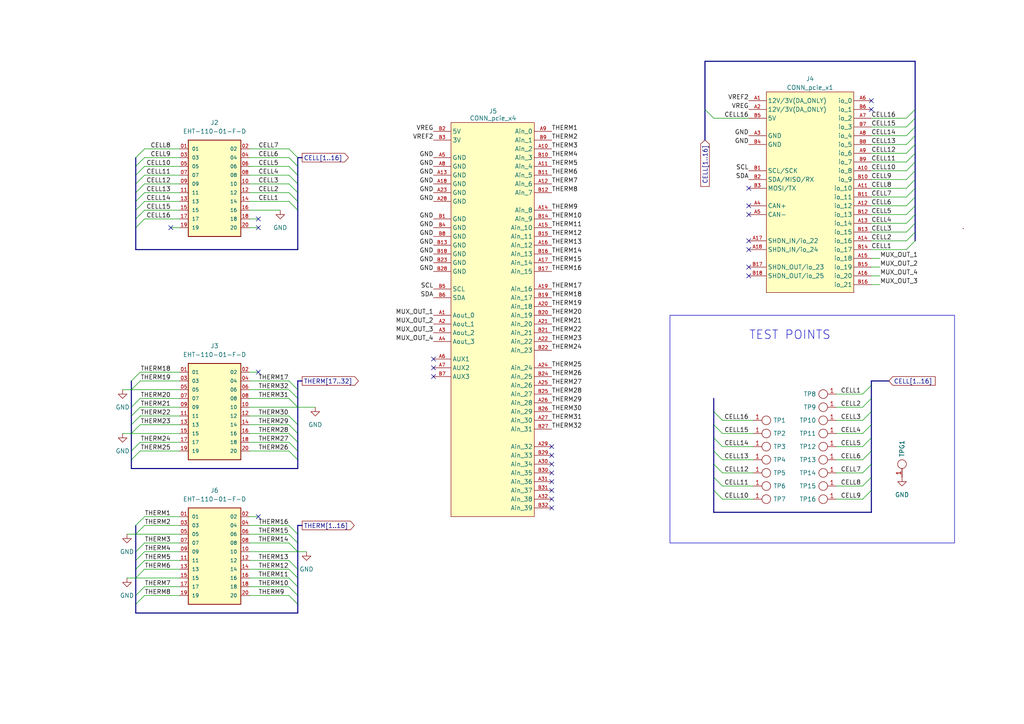
<source format=kicad_sch>
(kicad_sch (version 20250114) (generator "eeschema") (generator_version "9.0")
  (paper "A4")
  (title_block (title "BMS Motherboard") (date "2026-02-04") (comment 1 "Ethan Ju"))
  (lib_symbols
    (symbol "CONN_pcie_x4_1"
      (property "Reference" "J" (at -0.508 50.292 0))
      (property "Value" "CONN_pcie_x4" (at -0.508 48.26 0))
      (symbol "CONN_pcie_x4_1_1_1"
        (rectangle (start -12.7 46.99) (end 11.43 -67.31) (fill (type background)))
        (pin bidirectional line (at -17.78 44.45 0) (length 5) (name "5V") (number "B2"))
        (pin bidirectional line (at -17.78 41.91 0) (length 5) (name "3V") (number "B3"))
        (pin bidirectional line (at -17.78 36.83 0) (length 5) (name "GND") (number "A5"))
        (pin bidirectional line (at -17.78 34.29 0) (length 5) (name "GND") (number "A8"))
        (pin bidirectional line (at -17.78 31.75 0) (length 5) (name "GND") (number "A13"))
        (pin bidirectional line (at -17.78 29.21 0) (length 5) (name "GND") (number "A18"))
        (pin bidirectional line (at -17.78 26.67 0) (length 5) (name "GND") (number "A23"))
        (pin bidirectional line (at -17.78 24.13 0) (length 5) (name "GND") (number "A28"))
        (pin bidirectional line (at -17.78 19.05 0) (length 5) (name "GND") (number "B1"))
        (pin bidirectional line (at -17.78 16.51 0) (length 5) (name "GND") (number "B4"))
        (pin bidirectional line (at -17.78 13.97 0) (length 5) (name "GND") (number "B8"))
        (pin bidirectional line (at -17.78 11.43 0) (length 5) (name "GND") (number "B13"))
        (pin bidirectional line (at -17.78 8.89 0) (length 5) (name "GND") (number "B18"))
        (pin bidirectional line (at -17.78 6.35 0) (length 5) (name "GND") (number "B23"))
        (pin bidirectional line (at -17.78 3.81 0) (length 5) (name "GND") (number "B28"))
        (pin bidirectional line (at -17.78 -1.27 0) (length 5) (name "SCL") (number "B5"))
        (pin bidirectional line (at -17.78 -3.81 0) (length 5) (name "SDA") (number "B6"))
        (pin bidirectional line (at -17.78 -8.89 0) (length 5) (name "Aout_0") (number "A1"))
        (pin bidirectional line (at -17.78 -11.43 0) (length 5) (name "Aout_1") (number "A2"))
        (pin bidirectional line (at -17.78 -13.97 0) (length 5) (name "Aout_2") (number "A3"))
        (pin bidirectional line (at -17.78 -16.51 0) (length 5) (name "Aout_3") (number "A4"))
        (pin bidirectional line (at -17.78 -21.59 0) (length 5) (name "AUX1") (number "A6"))
        (pin bidirectional line (at -17.78 -24.13 0) (length 5) (name "AUX2") (number "A7"))
        (pin bidirectional line (at -17.78 -26.67 0) (length 5) (name "AUX3") (number "B7"))
        (pin bidirectional line (at 16.51 44.45 180) (length 5) (name "Ain_0") (number "A9"))
        (pin bidirectional line (at 16.51 41.91 180) (length 5) (name "Ain_1") (number "B9"))
        (pin bidirectional line (at 16.51 39.37 180) (length 5) (name "Ain_2") (number "A10"))
        (pin bidirectional line (at 16.51 36.83 180) (length 5) (name "Ain_3") (number "B10"))
        (pin bidirectional line (at 16.51 34.29 180) (length 5) (name "Ain_4") (number "A11"))
        (pin bidirectional line (at 16.51 31.75 180) (length 5) (name "Ain_5") (number "B11"))
        (pin bidirectional line (at 16.51 29.21 180) (length 5) (name "Ain_6") (number "A12"))
        (pin bidirectional line (at 16.51 26.67 180) (length 5) (name "Ain_7") (number "B12"))
        (pin bidirectional line (at 16.51 21.59 180) (length 5) (name "Ain_8") (number "A14"))
        (pin bidirectional line (at 16.51 19.05 180) (length 5) (name "Ain_9") (number "B14"))
        (pin bidirectional line (at 16.51 16.51 180) (length 5) (name "Ain_10") (number "A15"))
        (pin bidirectional line (at 16.51 13.97 180) (length 5) (name "Ain_11") (number "B15"))
        (pin bidirectional line (at 16.51 11.43 180) (length 5) (name "Ain_12") (number "A16"))
        (pin bidirectional line (at 16.51 8.89 180) (length 5) (name "Ain_13") (number "B16"))
        (pin bidirectional line (at 16.51 6.35 180) (length 5) (name "Ain_14") (number "A17"))
        (pin bidirectional line (at 16.51 3.81 180) (length 5) (name "Ain_15") (number "B17"))
        (pin bidirectional line (at 16.51 -1.27 180) (length 5) (name "Ain_16") (number "A19"))
        (pin bidirectional line (at 16.51 -3.81 180) (length 5) (name "Ain_17") (number "B19"))
        (pin bidirectional line (at 16.51 -6.35 180) (length 5) (name "Ain_18") (number "A20"))
        (pin bidirectional line (at 16.51 -8.89 180) (length 5) (name "Ain_19") (number "B20"))
        (pin bidirectional line (at 16.51 -11.43 180) (length 5) (name "Ain_20") (number "A21"))
        (pin bidirectional line (at 16.51 -13.97 180) (length 5) (name "Ain_21") (number "B21"))
        (pin bidirectional line (at 16.51 -16.51 180) (length 5) (name "Ain_22") (number "A22"))
        (pin bidirectional line (at 16.51 -19.05 180) (length 5) (name "Ain_23") (number "B22"))
        (pin bidirectional line (at 16.51 -24.13 180) (length 5) (name "Ain_24") (number "A24"))
        (pin bidirectional line (at 16.51 -26.67 180) (length 5) (name "Ain_25") (number "B24"))
        (pin bidirectional line (at 16.51 -29.21 180) (length 5) (name "Ain_26") (number "A25"))
        (pin bidirectional line (at 16.51 -31.75 180) (length 5) (name "Ain_27") (number "B25"))
        (pin bidirectional line (at 16.51 -34.29 180) (length 5) (name "Ain_28") (number "A26"))
        (pin bidirectional line (at 16.51 -36.83 180) (length 5) (name "Ain_29") (number "B26"))
        (pin bidirectional line (at 16.51 -39.37 180) (length 5) (name "Ain_30") (number "A27"))
        (pin bidirectional line (at 16.51 -41.91 180) (length 5) (name "Ain_31") (number "B27"))
        (pin bidirectional line (at 16.51 -46.99 180) (length 5) (name "Ain_32") (number "A29"))
        (pin bidirectional line (at 16.51 -49.53 180) (length 5) (name "Ain_33") (number "B29"))
        (pin bidirectional line (at 16.51 -52.07 180) (length 5) (name "Ain_34") (number "A30"))
        (pin bidirectional line (at 16.51 -54.61 180) (length 5) (name "Ain_35") (number "B30"))
        (pin bidirectional line (at 16.51 -57.15 180) (length 5) (name "Ain_36") (number "A31"))
        (pin bidirectional line (at 16.51 -59.69 180) (length 5) (name "Ain_37") (number "B31"))
        (pin bidirectional line (at 16.51 -62.23 180) (length 5) (name "Ain_38") (number "A32"))
        (pin bidirectional line (at 16.51 -64.77 180) (length 5) (name "Ain_39") (number "B32"))
      )
    )
    (symbol "GND_2" (power) (pin_names (offset 0))
      (property "Value" "GND" (at 0 -3.81 0))
      (symbol "GND_2_0_1"
        (polyline (pts (xy 0 0) (xy 0 -1.27) (xy 1.27 -1.27) (xy 0 -2.54) (xy -1.27 -1.27) (xy 0 -1.27)))
      )
      (symbol "GND_2_1_1"
        (pin power_in line (at 0 0 270) (length 0) (hide yes) (name "GND") (number "1"))
      )
    )
    (symbol "GND_4" (power) (pin_names (offset 0))
      (property "Value" "GND" (at 0 -3.81 0))
      (symbol "GND_4_0_1"
        (polyline (pts (xy 0 0) (xy 0 -1.27) (xy 1.27 -1.27) (xy 0 -2.54) (xy -1.27 -1.27) (xy 0 -1.27)))
      )
      (symbol "GND_4_1_1"
        (pin power_in line (at 0 0 270) (length 0) (hide yes) (name "GND") (number "1"))
      )
    )
    (symbol "GND_5" (power) (pin_names (offset 0))
      (property "Value" "GND" (at 0 -3.81 0))
      (symbol "GND_5_0_1"
        (polyline (pts (xy 0 0) (xy 0 -1.27) (xy 1.27 -1.27) (xy 0 -2.54) (xy -1.27 -1.27) (xy 0 -1.27)))
      )
      (symbol "GND_5_1_1"
        (pin power_in line (at 0 0 270) (length 0) (hide yes) (name "GND") (number "1"))
      )
    )
    (symbol "GND_6" (power) (pin_names (offset 0))
      (property "Value" "GND" (at 0 -3.81 0))
      (symbol "GND_6_0_1"
        (polyline (pts (xy 0 0) (xy 0 -1.27) (xy 1.27 -1.27) (xy 0 -2.54) (xy -1.27 -1.27) (xy 0 -1.27)))
      )
      (symbol "GND_6_1_1"
        (pin power_in line (at 0 0 270) (length 0) (hide yes) (name "GND") (number "1"))
      )
    )
    (symbol "GND_7" (power) (pin_names (offset 0))
      (property "Value" "GND" (at 0 -3.81 0))
      (symbol "GND_7_0_1"
        (polyline (pts (xy 0 0) (xy 0 -1.27) (xy 1.27 -1.27) (xy 0 -2.54) (xy -1.27 -1.27) (xy 0 -1.27)))
      )
      (symbol "GND_7_1_1"
        (pin power_in line (at 0 0 270) (length 0) (hide yes) (name "GND") (number "1"))
      )
    )
    (symbol "OEM:J_EHT-110-01-F-D" (pin_names (offset 1.016))
      (property "Reference" "J" (at -7.62 13.335 0))
      (property "Value" "EHT-110-01-F-D" (at -7.62 -17.78 0))
      (symbol "J_EHT-110-01-F-D_0_0"
        (rectangle (start -7.62 -15.24) (end 7.62 12.7) (stroke (width 0.254)) (fill (type background)))
        (pin passive line (at -10.16 7.62 0) (length 2.54) (name "03") (number "03"))
        (pin passive line (at -10.16 5.08 0) (length 2.54) (name "05") (number "05"))
        (pin passive line (at -10.16 2.54 0) (length 2.54) (name "07") (number "07"))
        (pin passive line (at -10.16 0 0) (length 2.54) (name "09") (number "09"))
        (pin passive line (at -10.16 -2.54 0) (length 2.54) (name "11") (number "11"))
        (pin passive line (at -10.16 -5.08 0) (length 2.54) (name "13") (number "13"))
        (pin passive line (at -10.16 -7.62 0) (length 2.54) (name "15") (number "15"))
        (pin passive line (at -10.16 -10.16 0) (length 2.54) (name "17") (number "17"))
        (pin passive line (at -10.16 -12.7 0) (length 2.54) (name "19") (number "19"))
        (pin passive line (at 10.16 10.16 180) (length 2.54) (name "02") (number "02"))
        (pin passive line (at 10.16 7.62 180) (length 2.54) (name "04") (number "04"))
        (pin passive line (at 10.16 5.08 180) (length 2.54) (name "06") (number "06"))
        (pin passive line (at 10.16 2.54 180) (length 2.54) (name "08") (number "08"))
        (pin passive line (at 10.16 0 180) (length 2.54) (name "10") (number "10"))
        (pin passive line (at 10.16 -2.54 180) (length 2.54) (name "12") (number "12"))
        (pin passive line (at 10.16 -5.08 180) (length 2.54) (name "14") (number "14"))
        (pin passive line (at 10.16 -7.62 180) (length 2.54) (name "16") (number "16"))
        (pin passive line (at 10.16 -10.16 180) (length 2.54) (name "18") (number "18"))
        (pin passive line (at 10.16 -12.7 180) (length 2.54) (name "20") (number "20"))
      )
      (symbol "J_EHT-110-01-F-D_1_0"
        (pin passive line (at -10.16 10.16 0) (length 2.54) (name "01") (number "01"))
      )
    )
    (symbol "OEM:TP_SMD" (pin_names (offset 1.016))
      (property "Reference" "TP" (at 0 7.62 0))
      (property "Value" "TP_SMD" (at 1.27 5.08 0))
      (symbol "TP_SMD_1_1"
        (circle (center 0 2.54) (radius 1.27))
        (pin input line (at 0 -1.27 90) (length 2.54) (name "~") (number "1"))
      )
    )
    (symbol "oem:CONN_pcie_x1"
      (property "Reference" "J" (at 0 30.48 0))
      (property "Value" "CONN_pcie_x1" (at 0 27.94 0))
      (symbol "CONN_pcie_x1_0_1"
        (circle (center 44.45 -12.954) (radius 0.0001))
      )
      (symbol "CONN_pcie_x1_1_1"
        (rectangle (start -12.7 26.67) (end 12.7 -31.496) (fill (type background)))
        (pin bidirectional line (at -17.78 24.13 0) (length 5) (name "12V/3V(DA_ONLY)") (number "A1"))
        (pin bidirectional line (at -17.78 21.59 0) (length 5) (name "12V/3V(DA_ONLY)") (number "A2"))
        (pin bidirectional line (at -17.78 19.05 0) (length 5) (name "5V") (number "B5"))
        (pin bidirectional line (at -17.78 13.97 0) (length 5) (name "GND") (number "A3"))
        (pin bidirectional line (at -17.78 11.43 0) (length 5) (name "GND") (number "B4"))
        (pin bidirectional line (at -17.78 3.81 0) (length 5) (name "SCL/SCK") (number "B1"))
        (pin bidirectional line (at -17.78 1.27 0) (length 5) (name "SDA/MISO/RX") (number "B2"))
        (pin bidirectional line (at -17.78 -1.27 0) (length 5) (name "MOSI/TX") (number "B3"))
        (pin bidirectional line (at -17.78 -6.35 0) (length 5) (name "CAN+") (number "A4"))
        (pin bidirectional line (at -17.78 -8.89 0) (length 5) (name "CAN-") (number "A5"))
        (pin bidirectional line (at -17.78 -16.51 0) (length 5) (name "SHDN_IN/io_22") (number "A17"))
        (pin bidirectional line (at -17.78 -19.05 0) (length 5) (name "SHDN_IN/io_24") (number "A18"))
        (pin bidirectional line (at -17.78 -24.13 0) (length 5) (name "SHDN_OUT/io_23") (number "B17"))
        (pin bidirectional line (at -17.78 -26.67 0) (length 5) (name "SHDN_OUT/io_25") (number "B18"))
        (pin bidirectional line (at 17.78 24.13 180) (length 5) (name "io_0") (number "A6"))
        (pin bidirectional line (at 17.78 21.59 180) (length 5) (name "io_1") (number "B6"))
        (pin bidirectional line (at 17.78 19.05 180) (length 5) (name "io_2") (number "A7"))
        (pin bidirectional line (at 17.78 16.51 180) (length 5) (name "io_3") (number "B7"))
        (pin bidirectional line (at 17.78 13.97 180) (length 5) (name "io_4") (number "A8"))
        (pin bidirectional line (at 17.78 11.43 180) (length 5) (name "io_5") (number "B8"))
        (pin bidirectional line (at 17.78 8.89 180) (length 5) (name "io_6") (number "A9"))
        (pin bidirectional line (at 17.78 6.35 180) (length 5) (name "io_7") (number "B9"))
        (pin bidirectional line (at 17.78 3.81 180) (length 5) (name "io_8") (number "A10"))
        (pin bidirectional line (at 17.78 1.27 180) (length 5) (name "io_9") (number "B10"))
        (pin bidirectional line (at 17.78 -1.27 180) (length 5) (name "io_10") (number "A11"))
        (pin bidirectional line (at 17.78 -3.81 180) (length 5) (name "io_11") (number "B11"))
        (pin bidirectional line (at 17.78 -6.35 180) (length 5) (name "io_12") (number "A12"))
        (pin bidirectional line (at 17.78 -8.89 180) (length 5) (name "io_13") (number "B12"))
        (pin bidirectional line (at 17.78 -11.43 180) (length 5) (name "io_14") (number "A13"))
        (pin bidirectional line (at 17.78 -13.97 180) (length 5) (name "io_15") (number "B13"))
        (pin bidirectional line (at 17.78 -16.51 180) (length 5) (name "io_16") (number "A14"))
        (pin bidirectional line (at 17.78 -19.05 180) (length 5) (name "io_17") (number "B14"))
        (pin bidirectional line (at 17.78 -21.59 180) (length 5) (name "io_18") (number "A15"))
        (pin bidirectional line (at 17.78 -24.13 180) (length 5) (name "io_19") (number "B15"))
        (pin bidirectional line (at 17.78 -26.67 180) (length 5) (name "io_20") (number "A16"))
        (pin bidirectional line (at 17.78 -29.21 180) (length 5) (name "io_21") (number "B16"))
      )
    )
    (symbol "power:GND" (power) (pin_names (offset 0))
      (property "Value" "GND" (at 0 -3.81 0))
      (symbol "GND_0_1"
        (polyline (pts (xy 0 0) (xy 0 -1.27) (xy 1.27 -1.27) (xy 0 -2.54) (xy -1.27 -1.27) (xy 0 -1.27)))
      )
      (symbol "GND_1_1"
        (pin power_in line (at 0 0 270) (length 0) (hide yes) (name "GND") (number "1"))
      )
    )
  )
  (rectangle (start 194.31 91.44) (end 276.86 157.48))
  (text "TEST POINTS" (at 229.108 97.282 0) (effects (font (size 2.5 2.5))))
  (no_connect (at 74.93 63.5))
  (no_connect (at 49.53 66.04))
  (no_connect (at 160.02 142.24))
  (no_connect (at 217.17 62.23))
  (no_connect (at 74.93 107.95))
  (no_connect (at 160.02 132.08))
  (no_connect (at 125.73 104.14))
  (no_connect (at 74.93 149.86))
  (no_connect (at 217.17 69.85))
  (no_connect (at 125.73 109.22))
  (no_connect (at 252.73 29.21))
  (no_connect (at 217.17 80.01))
  (no_connect (at 125.73 106.68))
  (no_connect (at 217.17 54.61))
  (no_connect (at 252.73 31.75))
  (no_connect (at 217.17 59.69))
  (no_connect (at 160.02 137.16))
  (no_connect (at 160.02 134.62))
  (no_connect (at 217.17 77.47))
  (no_connect (at 217.17 72.39))
  (no_connect (at 74.93 66.04))
  (no_connect (at 160.02 129.54))
  (no_connect (at 160.02 147.32))
  (no_connect (at 160.02 144.78))
  (no_connect (at 160.02 139.7))
  (bus_entry (at 39.37 55.88) (size 2.54 -2.54))
  (bus_entry (at 265.43 59.69) (size -2.54 2.54))
  (bus_entry (at 86.36 165.1) (size -2.54 -2.54))
  (bus_entry (at 39.37 165.1) (size 2.54 -2.54))
  (bus_entry (at 86.36 167.64) (size -2.54 -2.54))
  (bus_entry (at 83.82 167.64) (size 2.54 2.54))
  (bus_entry (at 207.01 142.24) (size 2.54 2.54))
  (bus_entry (at 86.36 53.34) (size -2.54 -2.54))
  (bus_entry (at 265.43 64.77) (size -2.54 2.54))
  (bus_entry (at 252.73 123.19) (size -2.54 2.54))
  (bus_entry (at 207.01 119.38) (size 2.54 2.54))
  (bus_entry (at 38.1 133.35) (size 2.54 -2.54))
  (bus_entry (at 265.43 31.75) (size -2.54 2.54))
  (bus_entry (at 252.73 130.81) (size -2.54 2.54))
  (bus_entry (at 39.37 58.42) (size 2.54 -2.54))
  (bus_entry (at 207.01 130.81) (size 2.54 2.54))
  (bus_entry (at 265.43 62.23) (size -2.54 2.54))
  (bus_entry (at 39.37 53.34) (size 2.54 -2.54))
  (bus_entry (at 39.37 60.96) (size 2.54 -2.54))
  (bus_entry (at 38.1 118.11) (size 2.54 -2.54))
  (bus_entry (at 86.36 113.03) (size -2.54 -2.54))
  (bus_entry (at 252.73 142.24) (size -2.54 2.54))
  (bus_entry (at 252.73 127) (size -2.54 2.54))
  (bus_entry (at 86.36 154.94) (size -2.54 -2.54))
  (bus_entry (at 39.37 48.26) (size 2.54 -2.54))
  (bus_entry (at 252.73 134.62) (size -2.54 2.54))
  (bus_entry (at 265.43 57.15) (size -2.54 2.54))
  (bus_entry (at 39.37 175.26) (size 2.54 -2.54))
  (bus_entry (at 38.1 123.19) (size 2.54 -2.54))
  (bus_entry (at 265.43 39.37) (size -2.54 2.54))
  (bus_entry (at 207.01 127) (size 2.54 2.54))
  (bus_entry (at 265.43 49.53) (size -2.54 2.54))
  (bus_entry (at 252.73 111.76) (size -2.54 2.54))
  (bus_entry (at 265.43 69.85) (size -2.54 2.54))
  (bus_entry (at 265.43 54.61) (size -2.54 2.54))
  (bus_entry (at 265.43 52.07) (size -2.54 2.54))
  (bus_entry (at 83.82 154.94) (size 2.54 2.54))
  (bus_entry (at 38.1 130.81) (size 2.54 -2.54))
  (bus_entry (at 265.43 46.99) (size -2.54 2.54))
  (bus_entry (at 86.36 55.88) (size -2.54 -2.54))
  (bus_entry (at 39.37 160.02) (size 2.54 -2.54))
  (bus_entry (at 86.36 58.42) (size -2.54 -2.54))
  (bus_entry (at 265.43 67.31) (size -2.54 2.54))
  (bus_entry (at 41.91 60.96) (size -2.54 2.54))
  (bus_entry (at 204.47 31.75) (size 2.54 2.54))
  (bus_entry (at 39.37 172.72) (size 2.54 -2.54))
  (bus_entry (at 39.37 50.8) (size 2.54 -2.54))
  (bus_entry (at 38.1 113.03) (size 2.54 -2.54))
  (bus_entry (at 252.73 115.57) (size -2.54 2.54))
  (bus_entry (at 265.43 34.29) (size -2.54 2.54))
  (bus_entry (at 38.1 125.73) (size 2.54 -2.54))
  (bus_entry (at 265.43 36.83) (size -2.54 2.54))
  (bus_entry (at 207.01 123.19) (size 2.54 2.54))
  (bus_entry (at 86.36 118.11) (size -2.54 -2.54))
  (bus_entry (at 38.1 110.49) (size 2.54 -2.54))
  (bus_entry (at 252.73 119.38) (size -2.54 2.54))
  (bus_entry (at 83.82 113.03) (size 2.54 2.54))
  (bus_entry (at 265.43 44.45) (size -2.54 2.54))
  (bus_entry (at 252.73 138.43) (size -2.54 2.54))
  (bus_entry (at 86.36 48.26) (size -2.54 -2.54))
  (bus_entry (at 86.36 125.73) (size -2.54 -2.54))
  (bus_entry (at 86.36 60.96) (size -2.54 -2.54))
  (bus_entry (at 86.36 50.8) (size -2.54 -2.54))
  (bus_entry (at 41.91 63.5) (size -2.54 2.54))
  (bus_entry (at 39.37 167.64) (size 2.54 -2.54))
  (bus_entry (at 86.36 123.19) (size -2.54 -2.54))
  (bus_entry (at 41.91 160.02) (size -2.54 2.54))
  (bus_entry (at 39.37 152.4) (size 2.54 -2.54))
  (bus_entry (at 265.43 41.91) (size -2.54 2.54))
  (bus_entry (at 39.37 154.94) (size 2.54 -2.54))
  (bus_entry (at 207.01 138.43) (size 2.54 2.54))
  (bus_entry (at 86.36 130.81) (size -2.54 -2.54))
  (bus_entry (at 38.1 120.65) (size 2.54 -2.54))
  (bus_entry (at 86.36 175.26) (size -2.54 -2.54))
  (bus_entry (at 39.37 45.72) (size 2.54 -2.54))
  (bus_entry (at 86.36 160.02) (size -2.54 -2.54))
  (bus_entry (at 86.36 45.72) (size -2.54 -2.54))
  (bus_entry (at 83.82 125.73) (size 2.54 2.54))
  (bus_entry (at 86.36 172.72) (size -2.54 -2.54))
  (bus_entry (at 86.36 133.35) (size -2.54 -2.54))
  (bus_entry (at 207.01 134.62) (size 2.54 2.54))
  (bus (pts (xy 252.73 138.43) (xy 252.73 142.24)))
  (bus (pts (xy 265.43 34.29) (xy 265.43 36.83)))
  (wire (pts (xy 209.55 121.92) (xy 218.44 121.92)))
  (bus (pts (xy 87.63 45.72) (xy 86.36 45.72)))
  (bus (pts (xy 86.36 45.72) (xy 86.36 48.26)))
  (bus (pts (xy 87.63 152.4) (xy 86.36 152.4)))
  (bus (pts (xy 86.36 58.42) (xy 86.36 60.96)))
  (wire (pts (xy 72.39 50.8) (xy 83.82 50.8)))
  (bus (pts (xy 86.36 177.8) (xy 39.37 177.8)))
  (wire (pts (xy 252.73 36.83) (xy 262.89 36.83)))
  (wire (pts (xy 242.57 144.78) (xy 250.19 144.78)))
  (wire (pts (xy 41.91 60.96) (xy 52.07 60.96)))
  (bus (pts (xy 86.36 50.8) (xy 86.36 53.34)))
  (bus (pts (xy 252.73 130.81) (xy 252.73 134.62)))
  (wire (pts (xy 72.39 157.48) (xy 83.82 157.48)))
  (wire (pts (xy 72.39 149.86) (xy 74.93 149.86)))
  (bus (pts (xy 86.36 172.72) (xy 86.36 175.26)))
  (wire (pts (xy 252.73 34.29) (xy 262.89 34.29)))
  (bus (pts (xy 252.73 142.24) (xy 252.73 148.59)))
  (wire (pts (xy 209.55 140.97) (xy 218.44 140.97)))
  (wire (pts (xy 41.91 172.72) (xy 52.07 172.72)))
  (bus (pts (xy 265.43 36.83) (xy 265.43 39.37)))
  (bus (pts (xy 86.36 60.96) (xy 86.36 72.39)))
  (wire (pts (xy 41.91 45.72) (xy 52.07 45.72)))
  (wire (pts (xy 72.39 45.72) (xy 83.82 45.72)))
  (bus (pts (xy 86.36 55.88) (xy 86.36 58.42)))
  (wire (pts (xy 262.89 72.39) (xy 252.73 72.39)))
  (bus (pts (xy 265.43 54.61) (xy 265.43 57.15)))
  (wire (pts (xy 72.39 58.42) (xy 83.82 58.42)))
  (bus (pts (xy 39.37 160.02) (xy 39.37 162.56)))
  (bus (pts (xy 252.73 123.19) (xy 252.73 127)))
  (bus (pts (xy 265.43 62.23) (xy 265.43 64.77)))
  (wire (pts (xy 41.91 152.4) (xy 52.07 152.4)))
  (wire (pts (xy 35.56 125.73) (xy 38.1 125.73)))
  (bus (pts (xy 39.37 50.8) (xy 39.37 53.34)))
  (wire (pts (xy 252.73 57.15) (xy 262.89 57.15)))
  (wire (pts (xy 40.64 128.27) (xy 52.07 128.27)))
  (wire (pts (xy 72.39 170.18) (xy 83.82 170.18)))
  (wire (pts (xy 72.39 172.72) (xy 83.82 172.72)))
  (wire (pts (xy 72.39 162.56) (xy 83.82 162.56)))
  (bus (pts (xy 86.36 135.89) (xy 38.1 135.89)))
  (wire (pts (xy 41.91 160.02) (xy 52.07 160.02)))
  (bus (pts (xy 207.01 138.43) (xy 207.01 142.24)))
  (bus (pts (xy 39.37 60.96) (xy 39.37 63.5)))
  (wire (pts (xy 242.57 114.3) (xy 250.19 114.3)))
  (bus (pts (xy 86.36 170.18) (xy 86.36 172.72)))
  (wire (pts (xy 36.83 167.64) (xy 39.37 167.64)))
  (bus (pts (xy 204.47 17.78) (xy 204.47 31.75)))
  (bus (pts (xy 252.73 110.49) (xy 252.73 111.76)))
  (wire (pts (xy 72.39 120.65) (xy 83.82 120.65)))
  (bus (pts (xy 265.43 44.45) (xy 265.43 46.99)))
  (bus (pts (xy 265.43 67.31) (xy 265.43 69.85)))
  (bus (pts (xy 38.1 118.11) (xy 38.1 120.65)))
  (bus (pts (xy 39.37 58.42) (xy 39.37 60.96)))
  (bus (pts (xy 86.36 160.02) (xy 86.36 165.1)))
  (bus (pts (xy 265.43 39.37) (xy 265.43 41.91)))
  (bus (pts (xy 252.73 115.57) (xy 252.73 119.38)))
  (wire (pts (xy 209.55 133.35) (xy 218.44 133.35)))
  (wire (pts (xy 252.73 67.31) (xy 262.89 67.31)))
  (wire (pts (xy 252.73 54.61) (xy 262.89 54.61)))
  (bus (pts (xy 257.81 110.49) (xy 252.73 110.49)))
  (bus (pts (xy 39.37 72.39) (xy 86.36 72.39)))
  (wire (pts (xy 40.64 120.65) (xy 52.07 120.65)))
  (bus (pts (xy 39.37 162.56) (xy 39.37 165.1)))
  (wire (pts (xy 255.27 77.47) (xy 252.73 77.47)))
  (bus (pts (xy 39.37 154.94) (xy 39.37 160.02)))
  (wire (pts (xy 86.36 160.02) (xy 88.9 160.02)))
  (bus (pts (xy 86.36 53.34) (xy 86.36 55.88)))
  (bus (pts (xy 204.47 31.75) (xy 204.47 40.64)))
  (wire (pts (xy 38.1 113.03) (xy 52.07 113.03)))
  (wire (pts (xy 209.55 137.16) (xy 218.44 137.16)))
  (bus (pts (xy 38.1 123.19) (xy 38.1 125.73)))
  (wire (pts (xy 72.39 48.26) (xy 83.82 48.26)))
  (bus (pts (xy 39.37 55.88) (xy 39.37 58.42)))
  (wire (pts (xy 252.73 46.99) (xy 262.89 46.99)))
  (wire (pts (xy 41.91 43.18) (xy 52.07 43.18)))
  (bus (pts (xy 265.43 57.15) (xy 265.43 59.69)))
  (bus (pts (xy 39.37 66.04) (xy 39.37 72.39)))
  (wire (pts (xy 40.64 118.11) (xy 52.07 118.11)))
  (wire (pts (xy 41.91 149.86) (xy 52.07 149.86)))
  (bus (pts (xy 207.01 130.81) (xy 207.01 134.62)))
  (wire (pts (xy 255.27 80.01) (xy 252.73 80.01)))
  (wire (pts (xy 41.91 55.88) (xy 52.07 55.88)))
  (wire (pts (xy 72.39 118.11) (xy 86.36 118.11)))
  (bus (pts (xy 39.37 152.4) (xy 39.37 154.94)))
  (wire (pts (xy 255.27 82.55) (xy 252.73 82.55)))
  (wire (pts (xy 242.57 121.92) (xy 250.19 121.92)))
  (bus (pts (xy 39.37 165.1) (xy 39.37 167.64)))
  (bus (pts (xy 207.01 134.62) (xy 207.01 138.43)))
  (wire (pts (xy 207.01 34.29) (xy 217.17 34.29)))
  (wire (pts (xy 72.39 128.27) (xy 83.82 128.27)))
  (bus (pts (xy 207.01 119.38) (xy 207.01 123.19)))
  (wire (pts (xy 40.64 107.95) (xy 52.07 107.95)))
  (wire (pts (xy 255.27 74.93) (xy 252.73 74.93)))
  (bus (pts (xy 38.1 110.49) (xy 38.1 113.03)))
  (bus (pts (xy 86.36 130.81) (xy 86.36 133.35)))
  (wire (pts (xy 41.91 162.56) (xy 52.07 162.56)))
  (wire (pts (xy 72.39 125.73) (xy 83.82 125.73)))
  (bus (pts (xy 39.37 172.72) (xy 39.37 175.26)))
  (wire (pts (xy 72.39 154.94) (xy 83.82 154.94)))
  (bus (pts (xy 86.36 113.03) (xy 86.36 115.57)))
  (bus (pts (xy 252.73 119.38) (xy 252.73 123.19)))
  (wire (pts (xy 72.39 60.96) (xy 81.28 60.96)))
  (wire (pts (xy 41.91 53.34) (xy 52.07 53.34)))
  (wire (pts (xy 41.91 170.18) (xy 52.07 170.18)))
  (wire (pts (xy 72.39 152.4) (xy 83.82 152.4)))
  (bus (pts (xy 86.36 175.26) (xy 86.36 177.8)))
  (wire (pts (xy 41.91 157.48) (xy 52.07 157.48)))
  (wire (pts (xy 72.39 115.57) (xy 83.82 115.57)))
  (wire (pts (xy 72.39 110.49) (xy 83.82 110.49)))
  (wire (pts (xy 252.73 64.77) (xy 262.89 64.77)))
  (wire (pts (xy 38.1 125.73) (xy 52.07 125.73)))
  (bus (pts (xy 265.43 49.53) (xy 265.43 52.07)))
  (bus (pts (xy 86.36 133.35) (xy 86.36 135.89)))
  (bus (pts (xy 38.1 120.65) (xy 38.1 123.19)))
  (bus (pts (xy 265.43 46.99) (xy 265.43 49.53)))
  (bus (pts (xy 265.43 31.75) (xy 265.43 34.29)))
  (bus (pts (xy 204.47 17.78) (xy 265.43 17.78)))
  (wire (pts (xy 40.64 115.57) (xy 52.07 115.57)))
  (bus (pts (xy 265.43 41.91) (xy 265.43 44.45)))
  (wire (pts (xy 40.64 123.19) (xy 52.07 123.19)))
  (bus (pts (xy 252.73 148.59) (xy 207.01 148.59)))
  (bus (pts (xy 252.73 127) (xy 252.73 130.81)))
  (bus (pts (xy 86.36 118.11) (xy 86.36 123.19)))
  (wire (pts (xy 41.91 58.42) (xy 52.07 58.42)))
  (bus (pts (xy 39.37 167.64) (xy 39.37 172.72)))
  (bus (pts (xy 207.01 127) (xy 207.01 130.81)))
  (wire (pts (xy 72.39 53.34) (xy 83.82 53.34)))
  (bus (pts (xy 252.73 134.62) (xy 252.73 138.43)))
  (wire (pts (xy 209.55 144.78) (xy 218.44 144.78)))
  (wire (pts (xy 72.39 107.95) (xy 74.93 107.95)))
  (wire (pts (xy 40.64 110.49) (xy 52.07 110.49)))
  (wire (pts (xy 41.91 165.1) (xy 52.07 165.1)))
  (bus (pts (xy 86.36 165.1) (xy 86.36 167.64)))
  (bus (pts (xy 86.36 123.19) (xy 86.36 125.73)))
  (wire (pts (xy 41.91 50.8) (xy 52.07 50.8)))
  (bus (pts (xy 86.36 167.64) (xy 86.36 170.18)))
  (bus (pts (xy 265.43 17.78) (xy 265.43 31.75)))
  (wire (pts (xy 242.57 137.16) (xy 250.19 137.16)))
  (bus (pts (xy 86.36 154.94) (xy 86.36 157.48)))
  (wire (pts (xy 252.73 59.69) (xy 262.89 59.69)))
  (bus (pts (xy 207.01 123.19) (xy 207.01 127)))
  (wire (pts (xy 49.53 66.04) (xy 52.07 66.04)))
  (bus (pts (xy 39.37 48.26) (xy 39.37 50.8)))
  (bus (pts (xy 86.36 152.4) (xy 86.36 154.94)))
  (wire (pts (xy 72.39 130.81) (xy 83.82 130.81)))
  (wire (pts (xy 242.57 125.73) (xy 250.19 125.73)))
  (bus (pts (xy 265.43 64.77) (xy 265.43 67.31)))
  (bus (pts (xy 86.36 48.26) (xy 86.36 50.8)))
  (bus (pts (xy 86.36 157.48) (xy 86.36 160.02)))
  (bus (pts (xy 38.1 130.81) (xy 38.1 133.35)))
  (bus (pts (xy 39.37 175.26) (xy 39.37 177.8)))
  (wire (pts (xy 39.37 167.64) (xy 52.07 167.64)))
  (bus (pts (xy 252.73 111.76) (xy 252.73 115.57)))
  (wire (pts (xy 40.64 130.81) (xy 52.07 130.81)))
  (wire (pts (xy 252.73 49.53) (xy 262.89 49.53)))
  (wire (pts (xy 36.83 154.94) (xy 39.37 154.94)))
  (wire (pts (xy 72.39 123.19) (xy 83.82 123.19)))
  (wire (pts (xy 72.39 63.5) (xy 74.93 63.5)))
  (wire (pts (xy 72.39 160.02) (xy 86.36 160.02)))
  (bus (pts (xy 86.36 125.73) (xy 86.36 128.27)))
  (wire (pts (xy 41.91 48.26) (xy 52.07 48.26)))
  (wire (pts (xy 242.57 129.54) (xy 250.19 129.54)))
  (wire (pts (xy 242.57 140.97) (xy 250.19 140.97)))
  (bus (pts (xy 265.43 59.69) (xy 265.43 62.23)))
  (bus (pts (xy 87.63 110.49) (xy 86.36 110.49)))
  (wire (pts (xy 252.73 39.37) (xy 262.89 39.37)))
  (wire (pts (xy 72.39 66.04) (xy 74.93 66.04)))
  (wire (pts (xy 72.39 43.18) (xy 83.82 43.18)))
  (bus (pts (xy 207.01 142.24) (xy 207.01 148.59)))
  (bus (pts (xy 39.37 45.72) (xy 39.37 48.26)))
  (wire (pts (xy 252.73 41.91) (xy 262.89 41.91)))
  (bus (pts (xy 38.1 113.03) (xy 38.1 118.11)))
  (bus (pts (xy 207.01 115.57) (xy 207.01 119.38)))
  (wire (pts (xy 252.73 62.23) (xy 262.89 62.23)))
  (wire (pts (xy 72.39 167.64) (xy 83.82 167.64)))
  (bus (pts (xy 86.36 128.27) (xy 86.36 130.81)))
  (wire (pts (xy 72.39 55.88) (xy 83.82 55.88)))
  (wire (pts (xy 209.55 125.73) (xy 218.44 125.73)))
  (wire (pts (xy 252.73 52.07) (xy 262.89 52.07)))
  (wire (pts (xy 72.39 113.03) (xy 83.82 113.03)))
  (bus (pts (xy 265.43 52.07) (xy 265.43 54.61)))
  (wire (pts (xy 41.91 63.5) (xy 52.07 63.5)))
  (wire (pts (xy 209.55 129.54) (xy 218.44 129.54)))
  (wire (pts (xy 86.36 118.11) (xy 91.44 118.11)))
  (bus (pts (xy 38.1 133.35) (xy 38.1 135.89)))
  (wire (pts (xy 39.37 154.94) (xy 52.07 154.94)))
  (bus (pts (xy 39.37 63.5) (xy 39.37 66.04)))
  (bus (pts (xy 86.36 110.49) (xy 86.36 113.03)))
  (wire (pts (xy 262.89 69.85) (xy 252.73 69.85)))
  (bus (pts (xy 86.36 115.57) (xy 86.36 118.11)))
  (wire (pts (xy 242.57 118.11) (xy 250.19 118.11)))
  (wire (pts (xy 35.56 113.03) (xy 38.1 113.03)))
  (bus (pts (xy 38.1 125.73) (xy 38.1 130.81)))
  (wire (pts (xy 242.57 133.35) (xy 250.19 133.35)))
  (wire (pts (xy 72.39 165.1) (xy 83.82 165.1)))
  (wire (pts (xy 252.73 44.45) (xy 262.89 44.45)))
  (bus (pts (xy 39.37 53.34) (xy 39.37 55.88)))
  (label "VREG" (at 217.17 31.75 180))
  (label "CELL11" (at 217.17 140.97 180))
  (label "CELL4" (at 243.84 125.73 0))
  (label "CELL13" (at 49.53 55.88 180))
  (label "CELL13" (at 217.17 133.35 180))
  (label "CELL16" (at 252.73 34.29 0))
  (label "CELL6" (at 252.73 59.69 0))
  (label "THERM30" (at 160.02 119.38 0))
  (label "THERM18" (at 160.02 86.36 0))
  (label "THERM10" (at 74.93 170.18 0))
  (label "THERM14" (at 74.93 157.48 0))
  (label "THERM27" (at 74.93 128.27 0))
  (label "CELL4" (at 252.73 64.77 0))
  (label "CELL11" (at 49.53 50.8 180))
  (label "MUX_OUT_4" (at 255.27 80.01 0))
  (label "GND" (at 125.73 73.66 180))
  (label "GND" (at 125.73 71.12 180))
  (label "THERM7" (at 49.53 170.18 180))
  (label "THERM13" (at 160.02 71.12 0))
  (label "THERM20" (at 160.02 91.44 0))
  (label "THERM8" (at 49.53 172.72 180))
  (label "MUX_OUT_1" (at 255.27 74.93 0))
  (label "MUX_OUT_3" (at 125.73 96.52 180))
  (label "GND" (at 217.17 41.91 180))
  (label "CELL7" (at 243.84 137.16 0))
  (label "MUX_OUT_2" (at 125.73 93.98 180))
  (label "CELL9" (at 243.84 144.78 0))
  (label "THERM2" (at 160.02 40.64 0))
  (label "GND" (at 125.73 58.42 180))
  (label "CELL13" (at 252.73 41.91 0))
  (label "MUX_OUT_3" (at 255.27 82.55 0))
  (label "THERM9" (at 160.02 60.96 0))
  (label "CELL8" (at 252.73 54.61 0))
  (label "THERM22" (at 160.02 96.52 0))
  (label "CELL16" (at 217.17 121.92 180))
  (label "CELL6" (at 74.93 45.72 0))
  (label "THERM19" (at 160.02 88.9 0))
  (label "SCL" (at 217.17 49.53 180))
  (label "CELL5" (at 74.93 48.26 0))
  (label "THERM21" (at 160.02 93.98 0))
  (label "CELL1" (at 74.93 58.42 0))
  (label "CELL15" (at 217.17 125.73 180))
  (label "CELL15" (at 252.73 36.83 0))
  (label "CELL4" (at 74.93 50.8 0))
  (label "THERM11" (at 74.93 167.64 0))
  (label "CELL16" (at 217.17 34.29 180))
  (label "THERM9" (at 74.93 172.72 0))
  (label "CELL8" (at 243.84 140.97 0))
  (label "CELL12" (at 252.73 44.45 0))
  (label "THERM4" (at 160.02 45.72 0))
  (label "CELL8" (at 49.53 43.18 180))
  (label "THERM17" (at 74.93 110.49 0))
  (label "THERM8" (at 160.02 55.88 0))
  (label "GND" (at 125.73 68.58 180))
  (label "CELL12" (at 217.17 137.16 180))
  (label "CELL14" (at 252.73 39.37 0))
  (label "THERM10" (at 160.02 63.5 0))
  (label "CELL10" (at 217.17 144.78 180))
  (label "THERM15" (at 74.93 154.94 0))
  (label "CELL6" (at 243.84 133.35 0))
  (label "THERM13" (at 74.93 162.56 0))
  (label "THERM5" (at 160.02 48.26 0))
  (label "GND" (at 125.73 66.04 180))
  (label "THERM23" (at 49.53 123.19 180))
  (label "CELL3" (at 252.73 67.31 0))
  (label "THERM28" (at 74.93 125.73 0))
  (label "THERM6" (at 49.53 165.1 180))
  (label "SCL" (at 125.73 83.82 180))
  (label "THERM6" (at 160.02 50.8 0))
  (label "THERM18" (at 49.53 107.95 180))
  (label "THERM12" (at 74.93 165.1 0))
  (label "THERM30" (at 74.93 120.65 0))
  (label "CELL2" (at 243.84 118.11 0))
  (label "THERM32" (at 160.02 124.46 0))
  (label "THERM5" (at 49.53 162.56 180))
  (label "GND" (at 125.73 76.2 180))
  (label "CELL7" (at 74.93 43.18 0))
  (label "THERM7" (at 160.02 53.34 0))
  (label "GND" (at 125.73 50.8 180))
  (label "CELL7" (at 252.73 57.15 0))
  (label "THERM27" (at 160.02 111.76 0))
  (label "THERM31" (at 160.02 121.92 0))
  (label "GND" (at 125.73 55.88 180))
  (label "MUX_OUT_1" (at 125.73 91.44 180))
  (label "CELL9" (at 252.73 52.07 0))
  (label "CELL14" (at 217.17 129.54 180))
  (label "VREF2" (at 217.17 29.21 180))
  (label "THERM17" (at 160.02 83.82 0))
  (label "GND" (at 217.17 39.37 180))
  (label "MUX_OUT_2" (at 255.27 77.47 0))
  (label "CELL11" (at 252.73 46.99 0))
  (label "THERM26" (at 74.93 130.81 0))
  (label "THERM24" (at 49.53 128.27 180))
  (label "SDA" (at 125.73 86.36 180))
  (label "THERM3" (at 49.53 157.48 180))
  (label "GND" (at 125.73 53.34 180))
  (label "THERM4" (at 49.53 160.02 180))
  (label "THERM1" (at 49.53 149.86 180))
  (label "THERM16" (at 160.02 78.74 0))
  (label "THERM20" (at 49.53 115.57 180))
  (label "THERM29" (at 160.02 116.84 0))
  (label "CELL1" (at 243.84 114.3 0))
  (label "THERM14" (at 160.02 73.66 0))
  (label "THERM23" (at 160.02 99.06 0))
  (label "CELL16" (at 49.53 63.5 180))
  (label "CELL5" (at 252.73 62.23 0))
  (label "THERM3" (at 160.02 43.18 0))
  (label "THERM15" (at 160.02 76.2 0))
  (label "THERM32" (at 74.93 113.03 0))
  (label "THERM29" (at 74.93 123.19 0))
  (label "THERM1" (at 160.02 38.1 0))
  (label "CELL2" (at 74.93 55.88 0))
  (label "THERM19" (at 49.53 110.49 180))
  (label "THERM11" (at 160.02 66.04 0))
  (label "CELL9" (at 49.53 45.72 180))
  (label "THERM2" (at 49.53 152.4 180))
  (label "THERM25" (at 160.02 106.68 0))
  (label "CELL10" (at 252.73 49.53 0))
  (label "THERM26" (at 160.02 109.22 0))
  (label "THERM28" (at 160.02 114.3 0))
  (label "VREG" (at 125.73 38.1 180))
  (label "GND" (at 125.73 45.72 180))
  (label "GND" (at 125.73 63.5 180))
  (label "THERM25" (at 49.53 130.81 180))
  (label "CELL14" (at 49.53 58.42 180))
  (label "MUX_OUT_4" (at 125.73 99.06 180))
  (label "CELL1" (at 252.73 72.39 0))
  (label "THERM31" (at 74.93 115.57 0))
  (label "CELL5" (at 243.84 129.54 0))
  (label "VREF2" (at 125.73 40.64 180))
  (label "CELL2" (at 252.73 69.85 0))
  (label "THERM22" (at 49.53 120.65 180))
  (label "THERM24" (at 160.02 101.6 0))
  (label "THERM21" (at 49.53 118.11 180))
  (label "THERM12" (at 160.02 68.58 0))
  (label "CELL3" (at 74.93 53.34 0))
  (label "CELL15" (at 49.53 60.96 180))
  (label "CELL12" (at 49.53 53.34 180))
  (label "GND" (at 125.73 78.74 180))
  (label "SDA" (at 217.17 52.07 180))
  (label "CELL3" (at 243.84 121.92 0))
  (label "GND" (at 125.73 48.26 180))
  (label "THERM16" (at 74.93 152.4 0))
  (label "CELL10" (at 49.53 48.26 180))
  (global_label "THERM[1..16]" (shape output) (at 87.63 152.4 0) (property "Intersheetrefs" "${INTERSHEET_REFS}" (effects (hide yes))))
  (global_label "CELL[1..16]" (shape input) (at 257.81 110.49 0) (property "Intersheetrefs" "${INTERSHEET_REFS}" (effects (hide yes))))
  (global_label "CELL[1..16]" (shape input) (at 204.47 40.64 270) (property "Intersheetrefs" "${INTERSHEET_REFS}" (effects (hide yes))))
  (global_label "CELL[1..16]" (shape output) (at 87.63 45.72 0) (property "Intersheetrefs" "${INTERSHEET_REFS}" (effects (hide yes))))
  (global_label "THERM[17..32]" (shape output) (at 87.63 110.49 0) (property "Intersheetrefs" "${INTERSHEET_REFS}" (effects (hide yes))))
  (symbol (lib_id "OEM:TP_SMD") (at 241.3 133.35 90) (unit 1)
    (property "Reference" "TP13" (at 236.728 133.35 90) (effects (justify left)))
    (property "Value" "TP_SMD" (effects (hide yes)))
    (property "Footprint" "OEM:Test_Point_SMD" (effects (hide yes)))
    (property "Description" "test point SMD hook" (effects (hide yes)))
    (property "MPN" "5019" (effects (hide yes)))
    (property "MFN" "Keystone" (effects (hide yes)))
    (property "DKPN" "36-5019TR-ND" (effects (hide yes)))
    (property "NewDesigns" "YES" (effects (hide yes)))
    (property "Stocked" "Reel" (effects (hide yes)))
    (property "Package" "Custom" (effects (hide yes)))
    (property "Style" "SMD" (effects (hide yes)))
  )
  (symbol (lib_id "OEM:TP_SMD") (at 219.71 144.78 270) (unit 1)
    (property "Reference" "TP7" (at 224.282 144.78 90) (effects (justify left)))
    (property "Value" "TP_SMD" (effects (hide yes)))
    (property "Footprint" "OEM:Test_Point_SMD" (effects (hide yes)))
    (property "Description" "test point SMD hook" (effects (hide yes)))
    (property "MPN" "5019" (effects (hide yes)))
    (property "MFN" "Keystone" (effects (hide yes)))
    (property "DKPN" "36-5019TR-ND" (effects (hide yes)))
    (property "NewDesigns" "YES" (effects (hide yes)))
    (property "Stocked" "Reel" (effects (hide yes)))
    (property "Package" "Custom" (effects (hide yes)))
    (property "Style" "SMD" (effects (hide yes)))
  )
  (symbol (lib_id "OEM:TP_SMD") (at 241.3 137.16 90) (unit 1)
    (property "Reference" "TP14" (at 236.728 137.16 90) (effects (justify left)))
    (property "Value" "TP_SMD" (effects (hide yes)))
    (property "Footprint" "OEM:Test_Point_SMD" (effects (hide yes)))
    (property "Description" "test point SMD hook" (effects (hide yes)))
    (property "MPN" "5019" (effects (hide yes)))
    (property "MFN" "Keystone" (effects (hide yes)))
    (property "DKPN" "36-5019TR-ND" (effects (hide yes)))
    (property "NewDesigns" "YES" (effects (hide yes)))
    (property "Stocked" "Reel" (effects (hide yes)))
    (property "Package" "Custom" (effects (hide yes)))
    (property "Style" "SMD" (effects (hide yes)))
  )
  (symbol (lib_id "OEM:TP_SMD") (at 241.3 140.97 90) (unit 1)
    (property "Reference" "TP15" (at 236.728 140.97 90) (effects (justify left)))
    (property "Value" "TP_SMD" (effects (hide yes)))
    (property "Footprint" "OEM:Test_Point_SMD" (effects (hide yes)))
    (property "Description" "test point SMD hook" (effects (hide yes)))
    (property "MPN" "5019" (effects (hide yes)))
    (property "MFN" "Keystone" (effects (hide yes)))
    (property "DKPN" "36-5019TR-ND" (effects (hide yes)))
    (property "NewDesigns" "YES" (effects (hide yes)))
    (property "Stocked" "Reel" (effects (hide yes)))
    (property "Package" "Custom" (effects (hide yes)))
    (property "Style" "SMD" (effects (hide yes)))
  )
  (symbol (lib_name "CONN_pcie_x4_1") (lib_id "OEM:CONN_pcie_x4") (at 143.51 82.55 0) (unit 1)
    (property "Reference" "J5" (at 143.002 32.258 0))
    (property "Value" "CONN_pcie_x4" (at 143.002 34.29 0))
    (property "Footprint" "OEM:te_pcie_x4_connector" (effects (hide yes)))
    (property "Datasheet" "https://www.te.com/en/product-2-1761465-2.datasheet.pdf" (effects (hide yes)))
    (property "Description" "64-pin board-to-board connector used in the BMS" (effects (hide yes)))
  )
  (symbol (lib_id "OEM:TP_SMD") (at 241.3 118.11 90) (unit 1)
    (property "Reference" "TP9" (at 236.728 118.11 90) (effects (justify left)))
    (property "Value" "TP_SMD" (effects (hide yes)))
    (property "Footprint" "OEM:Test_Point_SMD" (effects (hide yes)))
    (property "Description" "test point SMD hook" (effects (hide yes)))
    (property "MPN" "5019" (effects (hide yes)))
    (property "MFN" "Keystone" (effects (hide yes)))
    (property "DKPN" "36-5019TR-ND" (effects (hide yes)))
    (property "NewDesigns" "YES" (effects (hide yes)))
    (property "Stocked" "Reel" (effects (hide yes)))
    (property "Package" "Custom" (effects (hide yes)))
    (property "Style" "SMD" (effects (hide yes)))
  )
  (symbol (lib_name "GND_6") (lib_id "power:GND") (at 36.83 154.94 0) (unit 1)
    (property "Reference" "#PWR0104" (effects (hide yes)))
    (property "Value" "GND" (at 36.83 160.02 0))
    (property "Description" "Power symbol creates a global label with name \"GND\" , ground" (effects (hide yes)))
  )
  (symbol (lib_id "OEM:J_EHT-110-01-F-D") (at 62.23 118.11 0) (unit 1)
    (property "Reference" "J3" (at 62.23 100.33 0))
    (property "Value" "EHT-110-01-F-D" (at 62.23 102.87 0))
    (property "Footprint" "OEM:SAMTEC_EHT-110-01-X-D (J_EHT-110-01-F-D)" (effects (hide yes)))
    (property "Datasheet" "https://mm.digikey.com/Volume0/opasdata/d220001/medias/docus/6209/eht-1xx-01-xx-d-xx-xx-xx-x-xx-mkt.pdf" (effects (hide yes)))
    (property "Description" "CONN HEADER VERT 20POS 2MM" (effects (hide yes)))
    (property "MPN" "EHT-110-01-F-D" (effects (hide yes)))
  )
  (symbol (lib_id "OEM:TP_SMD") (at 219.71 133.35 270) (unit 1)
    (property "Reference" "TP4" (at 224.282 133.35 90) (effects (justify left)))
    (property "Value" "TP_SMD" (effects (hide yes)))
    (property "Footprint" "OEM:Test_Point_SMD" (effects (hide yes)))
    (property "Description" "test point SMD hook" (effects (hide yes)))
    (property "MPN" "5019" (effects (hide yes)))
    (property "MFN" "Keystone" (effects (hide yes)))
    (property "DKPN" "36-5019TR-ND" (effects (hide yes)))
    (property "NewDesigns" "YES" (effects (hide yes)))
    (property "Stocked" "Reel" (effects (hide yes)))
    (property "Package" "Custom" (effects (hide yes)))
    (property "Style" "SMD" (effects (hide yes)))
  )
  (symbol (lib_id "OEM:TP_SMD") (at 219.71 140.97 270) (unit 1)
    (property "Reference" "TP6" (at 224.282 140.97 90) (effects (justify left)))
    (property "Value" "TP_SMD" (effects (hide yes)))
    (property "Footprint" "OEM:Test_Point_SMD" (effects (hide yes)))
    (property "Description" "test point SMD hook" (effects (hide yes)))
    (property "MPN" "5019" (effects (hide yes)))
    (property "MFN" "Keystone" (effects (hide yes)))
    (property "DKPN" "36-5019TR-ND" (effects (hide yes)))
    (property "NewDesigns" "YES" (effects (hide yes)))
    (property "Stocked" "Reel" (effects (hide yes)))
    (property "Package" "Custom" (effects (hide yes)))
    (property "Style" "SMD" (effects (hide yes)))
  )
  (symbol (lib_id "power:GND") (at 35.56 125.73 0) (unit 1)
    (property "Reference" "#PWR0101" (effects (hide yes)))
    (property "Value" "GND" (at 35.56 130.81 0))
    (property "Description" "Power symbol creates a global label with name \"GND\" , ground" (effects (hide yes)))
  )
  (symbol (lib_id "OEM:TP_SMD") (at 219.71 121.92 270) (unit 1)
    (property "Reference" "TP1" (at 224.282 121.92 90) (effects (justify left)))
    (property "Value" "TP_SMD" (effects (hide yes)))
    (property "Footprint" "OEM:Test_Point_SMD" (effects (hide yes)))
    (property "Description" "test point SMD hook" (effects (hide yes)))
    (property "MPN" "5019" (effects (hide yes)))
    (property "MFN" "Keystone" (effects (hide yes)))
    (property "DKPN" "36-5019TR-ND" (effects (hide yes)))
    (property "NewDesigns" "YES" (effects (hide yes)))
    (property "Stocked" "Reel" (effects (hide yes)))
    (property "Package" "Custom" (effects (hide yes)))
    (property "Style" "SMD" (effects (hide yes)))
  )
  (symbol (lib_id "OEM:TP_SMD") (at 261.62 137.16 0) (unit 1)
    (property "Reference" "TPG1" (at 261.62 132.588 90) (effects (justify left)))
    (property "Value" "TP_SMD" (effects (hide yes)))
    (property "Footprint" "OEM:Test_Point_SMD" (effects (hide yes)))
    (property "Description" "test point SMD hook" (effects (hide yes)))
    (property "MPN" "5019" (effects (hide yes)))
    (property "MFN" "Keystone" (effects (hide yes)))
    (property "DKPN" "36-5019TR-ND" (effects (hide yes)))
    (property "NewDesigns" "YES" (effects (hide yes)))
    (property "Stocked" "Reel" (effects (hide yes)))
    (property "Package" "Custom" (effects (hide yes)))
    (property "Style" "SMD" (effects (hide yes)))
  )
  (symbol (lib_id "OEM:TP_SMD") (at 241.3 125.73 90) (unit 1)
    (property "Reference" "TP11" (at 236.728 125.73 90) (effects (justify left)))
    (property "Value" "TP_SMD" (effects (hide yes)))
    (property "Footprint" "OEM:Test_Point_SMD" (effects (hide yes)))
    (property "Description" "test point SMD hook" (effects (hide yes)))
    (property "MPN" "5019" (effects (hide yes)))
    (property "MFN" "Keystone" (effects (hide yes)))
    (property "DKPN" "36-5019TR-ND" (effects (hide yes)))
    (property "NewDesigns" "YES" (effects (hide yes)))
    (property "Stocked" "Reel" (effects (hide yes)))
    (property "Package" "Custom" (effects (hide yes)))
    (property "Style" "SMD" (effects (hide yes)))
  )
  (symbol (lib_id "OEM:J_EHT-110-01-F-D") (at 62.23 160.02 0) (unit 1)
    (property "Reference" "J6" (at 62.23 142.24 0))
    (property "Value" "EHT-110-01-F-D" (at 62.23 144.78 0))
    (property "Footprint" "OEM:SAMTEC_EHT-110-01-X-D (J_EHT-110-01-F-D)" (effects (hide yes)))
    (property "Datasheet" "https://mm.digikey.com/Volume0/opasdata/d220001/medias/docus/6209/eht-1xx-01-xx-d-xx-xx-xx-x-xx-mkt.pdf" (effects (hide yes)))
    (property "Description" "CONN HEADER VERT 20POS 2MM" (effects (hide yes)))
    (property "MPN" "EHT-110-01-F-D" (effects (hide yes)))
  )
  (symbol (lib_id "OEM:TP_SMD") (at 219.71 129.54 270) (unit 1)
    (property "Reference" "TP3" (at 224.282 129.54 90) (effects (justify left)))
    (property "Value" "TP_SMD" (effects (hide yes)))
    (property "Footprint" "OEM:Test_Point_SMD" (effects (hide yes)))
    (property "Description" "test point SMD hook" (effects (hide yes)))
    (property "MPN" "5019" (effects (hide yes)))
    (property "MFN" "Keystone" (effects (hide yes)))
    (property "DKPN" "36-5019TR-ND" (effects (hide yes)))
    (property "NewDesigns" "YES" (effects (hide yes)))
    (property "Stocked" "Reel" (effects (hide yes)))
    (property "Package" "Custom" (effects (hide yes)))
    (property "Style" "SMD" (effects (hide yes)))
  )
  (symbol (lib_id "OEM:TP_SMD") (at 219.71 137.16 270) (unit 1)
    (property "Reference" "TP5" (at 224.282 137.16 90) (effects (justify left)))
    (property "Value" "TP_SMD" (effects (hide yes)))
    (property "Footprint" "OEM:Test_Point_SMD" (effects (hide yes)))
    (property "Description" "test point SMD hook" (effects (hide yes)))
    (property "MPN" "5019" (effects (hide yes)))
    (property "MFN" "Keystone" (effects (hide yes)))
    (property "DKPN" "36-5019TR-ND" (effects (hide yes)))
    (property "NewDesigns" "YES" (effects (hide yes)))
    (property "Stocked" "Reel" (effects (hide yes)))
    (property "Package" "Custom" (effects (hide yes)))
    (property "Style" "SMD" (effects (hide yes)))
  )
  (symbol (lib_id "OEM:TP_SMD") (at 241.3 129.54 90) (unit 1)
    (property "Reference" "TP12" (at 236.728 129.54 90) (effects (justify left)))
    (property "Value" "TP_SMD" (effects (hide yes)))
    (property "Footprint" "OEM:Test_Point_SMD" (effects (hide yes)))
    (property "Description" "test point SMD hook" (effects (hide yes)))
    (property "MPN" "5019" (effects (hide yes)))
    (property "MFN" "Keystone" (effects (hide yes)))
    (property "DKPN" "36-5019TR-ND" (effects (hide yes)))
    (property "NewDesigns" "YES" (effects (hide yes)))
    (property "Stocked" "Reel" (effects (hide yes)))
    (property "Package" "Custom" (effects (hide yes)))
    (property "Style" "SMD" (effects (hide yes)))
  )
  (symbol (lib_name "GND_2") (lib_id "power:GND") (at 261.62 138.43 0) (unit 1)
    (property "Reference" "#PWR0107" (effects (hide yes)))
    (property "Value" "GND" (at 261.62 143.51 0))
    (property "Description" "Power symbol creates a global label with name \"GND\" , ground" (effects (hide yes)))
  )
  (symbol (lib_id "power:GND") (at 81.28 60.96 0) (unit 1)
    (property "Reference" "#PWR0108" (effects (hide yes)))
    (property "Value" "GND" (at 81.28 66.04 0))
    (property "Description" "Power symbol creates a global label with name \"GND\" , ground" (effects (hide yes)))
  )
  (symbol (lib_id "OEM:J_EHT-110-01-F-D") (at 62.23 53.34 0) (unit 1)
    (property "Reference" "J2" (at 62.23 35.56 0))
    (property "Value" "EHT-110-01-F-D" (at 62.23 38.1 0))
    (property "Footprint" "OEM:SAMTEC_EHT-110-01-X-D (J_EHT-110-01-F-D)" (effects (hide yes)))
    (property "Datasheet" "https://mm.digikey.com/Volume0/opasdata/d220001/medias/docus/6209/eht-1xx-01-xx-d-xx-xx-xx-x-xx-mkt.pdf" (effects (hide yes)))
    (property "Description" "CONN HEADER VERT 20POS 2MM" (effects (hide yes)))
    (property "MPN" "EHT-110-01-F-D" (effects (hide yes)))
  )
  (symbol (lib_id "OEM:TP_SMD") (at 241.3 114.3 90) (unit 1)
    (property "Reference" "TP8" (at 236.728 114.3 90) (effects (justify left)))
    (property "Value" "TP_SMD" (effects (hide yes)))
    (property "Footprint" "OEM:Test_Point_SMD" (effects (hide yes)))
    (property "Description" "test point SMD hook" (effects (hide yes)))
    (property "MPN" "5019" (effects (hide yes)))
    (property "MFN" "Keystone" (effects (hide yes)))
    (property "DKPN" "36-5019TR-ND" (effects (hide yes)))
    (property "NewDesigns" "YES" (effects (hide yes)))
    (property "Stocked" "Reel" (effects (hide yes)))
    (property "Package" "Custom" (effects (hide yes)))
    (property "Style" "SMD" (effects (hide yes)))
  )
  (symbol (lib_name "GND_5") (lib_id "power:GND") (at 35.56 113.03 0) (unit 1)
    (property "Reference" "#PWR0102" (effects (hide yes)))
    (property "Value" "GND" (at 35.56 118.11 0))
    (property "Description" "Power symbol creates a global label with name \"GND\" , ground" (effects (hide yes)))
  )
  (symbol (lib_name "GND_7") (lib_id "power:GND") (at 88.9 160.02 0) (unit 1)
    (property "Reference" "#PWR0105" (effects (hide yes)))
    (property "Value" "GND" (at 88.9 165.1 0))
    (property "Description" "Power symbol creates a global label with name \"GND\" , ground" (effects (hide yes)))
  )
  (symbol (lib_id "OEM:TP_SMD") (at 241.3 121.92 90) (unit 1)
    (property "Reference" "TP10" (at 236.728 121.92 90) (effects (justify left)))
    (property "Value" "TP_SMD" (effects (hide yes)))
    (property "Footprint" "OEM:Test_Point_SMD" (effects (hide yes)))
    (property "Description" "test point SMD hook" (effects (hide yes)))
    (property "MPN" "5019" (effects (hide yes)))
    (property "MFN" "Keystone" (effects (hide yes)))
    (property "DKPN" "36-5019TR-ND" (effects (hide yes)))
    (property "NewDesigns" "YES" (effects (hide yes)))
    (property "Stocked" "Reel" (effects (hide yes)))
    (property "Package" "Custom" (effects (hide yes)))
    (property "Style" "SMD" (effects (hide yes)))
  )
  (symbol (lib_name "GND_2") (lib_id "power:GND") (at 91.44 118.11 0) (unit 1)
    (property "Reference" "#PWR0106" (effects (hide yes)))
    (property "Value" "GND" (at 91.44 123.19 0))
    (property "Description" "Power symbol creates a global label with name \"GND\" , ground" (effects (hide yes)))
  )
  (symbol (lib_id "oem:CONN_pcie_x1") (at 234.95 53.34 0) (unit 1)
    (property "Reference" "J4" (at 234.95 22.86 0))
    (property "Value" "CONN_pcie_x1" (at 234.95 25.4 0))
    (property "Footprint" "OEM:te_pcie_x1_connector" (effects (hide yes)))
    (property "Datasheet" "https://www.te.com/commerce/DocumentDelivery/DDEController?Action=showdoc&DocId=Data+Sheet%7F4-1773442-7%7F0308%7Fpdf%7FEnglish%7FENG_DS_4-1773442-7_0308.pdf%7F2-1761465-1" (effects (hide yes)))
    (property "Description" "Interface used to connect daugterboards to Mk.VII's motherboards" (effects (hide yes)))
  )
  (symbol (lib_name "GND_4") (lib_id "power:GND") (at 36.83 167.64 0) (unit 1)
    (property "Reference" "#PWR0103" (effects (hide yes)))
    (property "Value" "GND" (at 36.83 172.72 0))
    (property "Description" "Power symbol creates a global label with name \"GND\" , ground" (effects (hide yes)))
  )
  (symbol (lib_id "OEM:TP_SMD") (at 219.71 125.73 270) (unit 1)
    (property "Reference" "TP2" (at 224.282 125.73 90) (effects (justify left)))
    (property "Value" "TP_SMD" (effects (hide yes)))
    (property "Footprint" "OEM:Test_Point_SMD" (effects (hide yes)))
    (property "Description" "test point SMD hook" (effects (hide yes)))
    (property "MPN" "5019" (effects (hide yes)))
    (property "MFN" "Keystone" (effects (hide yes)))
    (property "DKPN" "36-5019TR-ND" (effects (hide yes)))
    (property "NewDesigns" "YES" (effects (hide yes)))
    (property "Stocked" "Reel" (effects (hide yes)))
    (property "Package" "Custom" (effects (hide yes)))
    (property "Style" "SMD" (effects (hide yes)))
  )
  (symbol (lib_id "OEM:TP_SMD") (at 241.3 144.78 90) (unit 1)
    (property "Reference" "TP16" (at 236.728 144.78 90) (effects (justify left)))
    (property "Value" "TP_SMD" (effects (hide yes)))
    (property "Footprint" "OEM:Test_Point_SMD" (effects (hide yes)))
    (property "Description" "test point SMD hook" (effects (hide yes)))
    (property "MPN" "5019" (effects (hide yes)))
    (property "MFN" "Keystone" (effects (hide yes)))
    (property "DKPN" "36-5019TR-ND" (effects (hide yes)))
    (property "NewDesigns" "YES" (effects (hide yes)))
    (property "Stocked" "Reel" (effects (hide yes)))
    (property "Package" "Custom" (effects (hide yes)))
    (property "Style" "SMD" (effects (hide yes)))
  )
)
</source>
